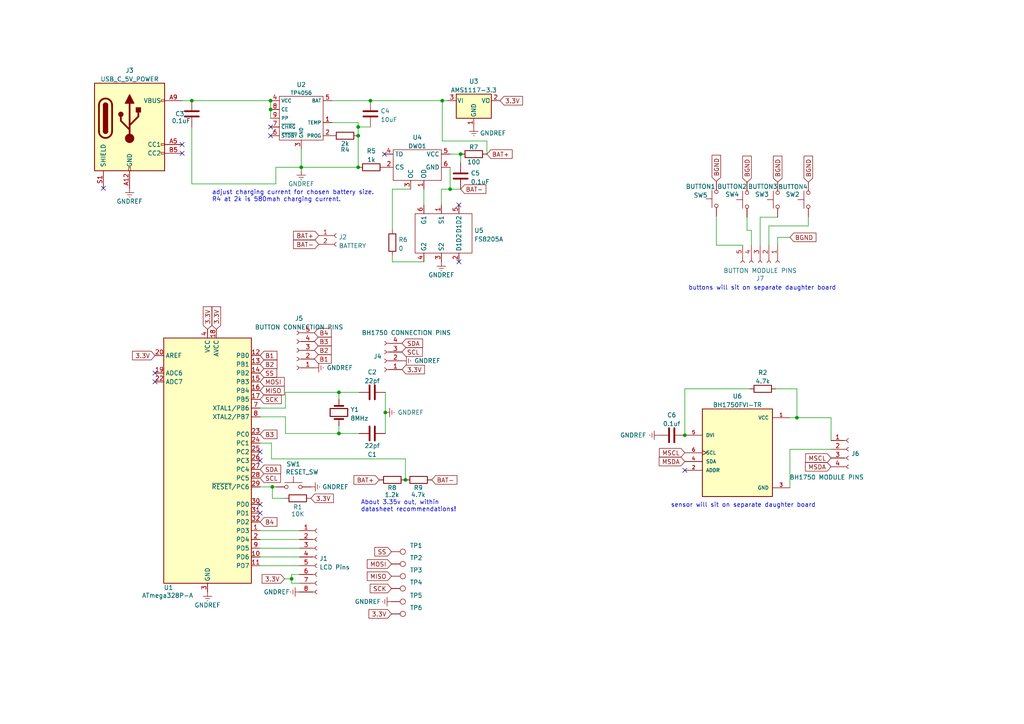
<source format=kicad_sch>
(kicad_sch (version 20211123) (generator eeschema)
  (paper "A4")
  (title_block (title "lightmeter") (date "2023-01-20") (rev "1.2") (comment 1 "by github.com/viniciusbrit"))
  (lib_symbols
    (symbol "BH1750FVI-TR:BH1750FVI-TR" (pin_names (offset 1.016))
      (property "Reference" "U" (at -10.1737 13.462 0))
      (property "Value" "BH1750FVI-TR" (at -9.922 -15.24 0))
      (symbol "BH1750FVI-TR_0_0"
        (rectangle (start -10.16 -12.7) (end 10.16 12.7) (stroke (width 0.254)) (fill (type background)))
        (pin power_in line (at 15.24 10.16 180) (length 5.08) (name "VCC") (number "1"))
        (pin input line (at -15.24 -5.08 0) (length 5.08) (name "ADDR") (number "2"))
        (pin power_in line (at 15.24 -10.16 180) (length 5.08) (name "GND") (number "3"))
        (pin bidirectional line (at -15.24 -2.54 0) (length 5.08) (name "SDA") (number "4"))
        (pin input line (at -15.24 5.08 0) (length 5.08) (name "DVI") (number "5"))
        (pin input clock (at -15.24 0 0) (length 5.08) (name "SCL") (number "6"))
      )
    )
    (symbol "Connector:Conn_01x02_Female" (pin_names (offset 1.016) hide)
      (property "Reference" "J" (at 0 2.54 0))
      (property "Value" "Conn_01x02_Female" (at 0 -5.08 0))
      (symbol "Conn_01x02_Female_1_1"
        (arc (start 0 -2.032) (mid -0.508 -2.54) (end 0 -3.048) (stroke (width 0.1524)))
        (polyline (pts (xy -1.27 -2.54) (xy -0.508 -2.54)) (stroke (width 0.1524)))
        (polyline (pts (xy -1.27 0) (xy -0.508 0)) (stroke (width 0.1524)))
        (arc (start 0 0.508) (mid -0.508 0) (end 0 -0.508) (stroke (width 0.1524)))
        (pin passive line (at -5.08 0 0) (length 3.81) (name "Pin_1") (number "1"))
        (pin passive line (at -5.08 -2.54 0) (length 3.81) (name "Pin_2") (number "2"))
      )
    )
    (symbol "Connector:Conn_01x04_Female" (pin_names (offset 1.016) hide)
      (property "Reference" "J" (at 0 5.08 0))
      (property "Value" "Conn_01x04_Female" (at 0 -7.62 0))
      (symbol "Conn_01x04_Female_1_1"
        (arc (start 0 -4.572) (mid -0.508 -5.08) (end 0 -5.588) (stroke (width 0.1524)))
        (arc (start 0 -2.032) (mid -0.508 -2.54) (end 0 -3.048) (stroke (width 0.1524)))
        (polyline (pts (xy -1.27 -5.08) (xy -0.508 -5.08)) (stroke (width 0.1524)))
        (polyline (pts (xy -1.27 -2.54) (xy -0.508 -2.54)) (stroke (width 0.1524)))
        (polyline (pts (xy -1.27 0) (xy -0.508 0)) (stroke (width 0.1524)))
        (polyline (pts (xy -1.27 2.54) (xy -0.508 2.54)) (stroke (width 0.1524)))
        (arc (start 0 0.508) (mid -0.508 0) (end 0 -0.508) (stroke (width 0.1524)))
        (arc (start 0 3.048) (mid -0.508 2.54) (end 0 2.032) (stroke (width 0.1524)))
        (pin passive line (at -5.08 2.54 0) (length 3.81) (name "Pin_1") (number "1"))
        (pin passive line (at -5.08 0 0) (length 3.81) (name "Pin_2") (number "2"))
        (pin passive line (at -5.08 -2.54 0) (length 3.81) (name "Pin_3") (number "3"))
        (pin passive line (at -5.08 -5.08 0) (length 3.81) (name "Pin_4") (number "4"))
      )
    )
    (symbol "Connector:Conn_01x05_Female" (pin_names (offset 1.016) hide)
      (property "Reference" "J" (at 0 7.62 0))
      (property "Value" "Conn_01x05_Female" (at 0 -7.62 0))
      (symbol "Conn_01x05_Female_1_1"
        (arc (start 0 -4.572) (mid -0.508 -5.08) (end 0 -5.588) (stroke (width 0.1524)))
        (arc (start 0 -2.032) (mid -0.508 -2.54) (end 0 -3.048) (stroke (width 0.1524)))
        (polyline (pts (xy -1.27 -5.08) (xy -0.508 -5.08)) (stroke (width 0.1524)))
        (polyline (pts (xy -1.27 -2.54) (xy -0.508 -2.54)) (stroke (width 0.1524)))
        (polyline (pts (xy -1.27 0) (xy -0.508 0)) (stroke (width 0.1524)))
        (polyline (pts (xy -1.27 2.54) (xy -0.508 2.54)) (stroke (width 0.1524)))
        (polyline (pts (xy -1.27 5.08) (xy -0.508 5.08)) (stroke (width 0.1524)))
        (arc (start 0 0.508) (mid -0.508 0) (end 0 -0.508) (stroke (width 0.1524)))
        (arc (start 0 3.048) (mid -0.508 2.54) (end 0 2.032) (stroke (width 0.1524)))
        (arc (start 0 5.588) (mid -0.508 5.08) (end 0 4.572) (stroke (width 0.1524)))
        (pin passive line (at -5.08 5.08 0) (length 3.81) (name "Pin_1") (number "1"))
        (pin passive line (at -5.08 2.54 0) (length 3.81) (name "Pin_2") (number "2"))
        (pin passive line (at -5.08 0 0) (length 3.81) (name "Pin_3") (number "3"))
        (pin passive line (at -5.08 -2.54 0) (length 3.81) (name "Pin_4") (number "4"))
        (pin passive line (at -5.08 -5.08 0) (length 3.81) (name "Pin_5") (number "5"))
      )
    )
    (symbol "Connector:Conn_01x08_Female" (pin_names (offset 1.016) hide)
      (property "Reference" "J" (at 0 10.16 0))
      (property "Value" "Conn_01x08_Female" (at 0 -12.7 0))
      (symbol "Conn_01x08_Female_1_1"
        (arc (start 0 -9.652) (mid -0.508 -10.16) (end 0 -10.668) (stroke (width 0.1524)))
        (arc (start 0 -7.112) (mid -0.508 -7.62) (end 0 -8.128) (stroke (width 0.1524)))
        (arc (start 0 -4.572) (mid -0.508 -5.08) (end 0 -5.588) (stroke (width 0.1524)))
        (arc (start 0 -2.032) (mid -0.508 -2.54) (end 0 -3.048) (stroke (width 0.1524)))
        (polyline (pts (xy -1.27 -10.16) (xy -0.508 -10.16)) (stroke (width 0.1524)))
        (polyline (pts (xy -1.27 -7.62) (xy -0.508 -7.62)) (stroke (width 0.1524)))
        (polyline (pts (xy -1.27 -5.08) (xy -0.508 -5.08)) (stroke (width 0.1524)))
        (polyline (pts (xy -1.27 -2.54) (xy -0.508 -2.54)) (stroke (width 0.1524)))
        (polyline (pts (xy -1.27 0) (xy -0.508 0)) (stroke (width 0.1524)))
        (polyline (pts (xy -1.27 2.54) (xy -0.508 2.54)) (stroke (width 0.1524)))
        (polyline (pts (xy -1.27 5.08) (xy -0.508 5.08)) (stroke (width 0.1524)))
        (polyline (pts (xy -1.27 7.62) (xy -0.508 7.62)) (stroke (width 0.1524)))
        (arc (start 0 0.508) (mid -0.508 0) (end 0 -0.508) (stroke (width 0.1524)))
        (arc (start 0 3.048) (mid -0.508 2.54) (end 0 2.032) (stroke (width 0.1524)))
        (arc (start 0 5.588) (mid -0.508 5.08) (end 0 4.572) (stroke (width 0.1524)))
        (arc (start 0 8.128) (mid -0.508 7.62) (end 0 7.112) (stroke (width 0.1524)))
        (pin passive line (at -5.08 7.62 0) (length 3.81) (name "Pin_1") (number "1"))
        (pin passive line (at -5.08 5.08 0) (length 3.81) (name "Pin_2") (number "2"))
        (pin passive line (at -5.08 2.54 0) (length 3.81) (name "Pin_3") (number "3"))
        (pin passive line (at -5.08 0 0) (length 3.81) (name "Pin_4") (number "4"))
        (pin passive line (at -5.08 -2.54 0) (length 3.81) (name "Pin_5") (number "5"))
        (pin passive line (at -5.08 -5.08 0) (length 3.81) (name "Pin_6") (number "6"))
        (pin passive line (at -5.08 -7.62 0) (length 3.81) (name "Pin_7") (number "7"))
        (pin passive line (at -5.08 -10.16 0) (length 3.81) (name "Pin_8") (number "8"))
      )
    )
    (symbol "Connector:TestPoint" (pin_numbers hide) (pin_names (offset 0.762) hide)
      (property "Reference" "TP" (at 0 6.858 0))
      (property "Value" "TestPoint" (at 0 5.08 0))
      (symbol "TestPoint_0_1"
        (circle (center 0 3.302) (radius 0.762))
      )
      (symbol "TestPoint_1_1"
        (pin passive line (at 0 0 90) (length 2.54) (name "1") (number "1"))
      )
    )
    (symbol "Connector:USB_C_Receptacle_PowerOnly_6P" (pin_names (offset 1.016))
      (property "Reference" "J" (at 0 16.51 0))
      (property "Value" "USB_C_Receptacle_PowerOnly_6P" (at 0 13.97 0))
      (symbol "USB_C_Receptacle_PowerOnly_6P_0_0"
        (rectangle (start -0.254 -12.7) (end 0.254 -11.684))
        (rectangle (start 10.16 -7.366) (end 9.144 -7.874))
        (rectangle (start 10.16 -4.826) (end 9.144 -5.334))
        (rectangle (start 10.16 7.874) (end 9.144 7.366))
      )
      (symbol "USB_C_Receptacle_PowerOnly_6P_0_1"
        (rectangle (start -10.16 12.7) (end 10.16 -12.7) (stroke (width 0.254)) (fill (type background)))
        (arc (start -8.89 -1.27) (mid -6.985 -3.175) (end -5.08 -1.27) (stroke (width 0.508)))
        (arc (start -7.62 -1.27) (mid -6.985 -1.905) (end -6.35 -1.27) (stroke (width 0.254)))
        (arc (start -7.62 -1.27) (mid -6.985 -1.905) (end -6.35 -1.27) (stroke (width 0.254)) (fill (type outline)))
        (rectangle (start -7.62 -1.27) (end -6.35 6.35) (stroke (width 0.254)) (fill (type outline)))
        (arc (start -6.35 6.35) (mid -6.985 6.985) (end -7.62 6.35) (stroke (width 0.254)))
        (arc (start -6.35 6.35) (mid -6.985 6.985) (end -7.62 6.35) (stroke (width 0.254)) (fill (type outline)))
        (arc (start -5.08 6.35) (mid -6.985 8.255) (end -8.89 6.35) (stroke (width 0.508)))
        (circle (center -2.54 3.683) (radius 0.635) (stroke (width 0.254)) (fill (type outline)))
        (circle (center 0 -3.302) (radius 1.27) (fill (type outline)))
        (polyline (pts (xy -8.89 -1.27) (xy -8.89 6.35)) (stroke (width 0.508)))
        (polyline (pts (xy -5.08 6.35) (xy -5.08 -1.27)) (stroke (width 0.508)))
        (polyline (pts (xy 0 -3.302) (xy 0 6.858)) (stroke (width 0.508)))
        (polyline (pts (xy 0 -0.762) (xy -2.54 1.778) (xy -2.54 3.048)) (stroke (width 0.508)))
        (polyline (pts (xy 0 0.508) (xy 2.54 3.048) (xy 2.54 4.318)) (stroke (width 0.508)))
        (polyline (pts (xy -1.27 6.858) (xy 0 9.398) (xy 1.27 6.858) (xy -1.27 6.858)) (stroke (width 0.254)) (fill (type outline)))
        (rectangle (start 1.905 4.318) (end 3.175 5.588) (stroke (width 0.254)) (fill (type outline)))
      )
      (symbol "USB_C_Receptacle_PowerOnly_6P_1_1"
        (pin passive line (at 0 -17.78 90) (length 5.08) (name "GND") (number "A12"))
        (pin bidirectional line (at 15.24 -5.08 180) (length 5.08) (name "CC1") (number "A5"))
        (pin passive line (at 15.24 7.62 180) (length 5.08) (name "VBUS") (number "A9"))
        (pin passive line (at 0 -17.78 90) (length 5.08) hide (name "GND") (number "B12"))
        (pin bidirectional line (at 15.24 -7.62 180) (length 5.08) (name "CC2") (number "B5"))
        (pin passive line (at 15.24 7.62 180) (length 5.08) hide (name "VBUS") (number "B9"))
        (pin passive line (at -7.62 -17.78 90) (length 5.08) (name "SHIELD") (number "S1"))
      )
    )
    (symbol "Device:C" (pin_numbers hide) (pin_names (offset 0.254))
      (property "Reference" "C" (at 0.635 2.54 0))
      (property "Value" "C" (at 0.635 -2.54 0))
      (symbol "C_0_1"
        (polyline (pts (xy -2.032 -0.762) (xy 2.032 -0.762)) (stroke (width 0.508)))
        (polyline (pts (xy -2.032 0.762) (xy 2.032 0.762)) (stroke (width 0.508)))
      )
      (symbol "C_1_1"
        (pin passive line (at 0 3.81 270) (length 2.794) (name "~") (number "1"))
        (pin passive line (at 0 -3.81 90) (length 2.794) (name "~") (number "2"))
      )
    )
    (symbol "Device:Crystal" (pin_numbers hide) (pin_names (offset 1.016) hide)
      (property "Reference" "Y" (at 0 3.81 0))
      (property "Value" "Crystal" (at 0 -3.81 0))
      (symbol "Crystal_0_1"
        (rectangle (start -1.143 2.54) (end 1.143 -2.54) (stroke (width 0.3048)))
        (polyline (pts (xy -2.54 0) (xy -1.905 0)))
        (polyline (pts (xy -1.905 -1.27) (xy -1.905 1.27)) (stroke (width 0.508)))
        (polyline (pts (xy 1.905 -1.27) (xy 1.905 1.27)) (stroke (width 0.508)))
        (polyline (pts (xy 2.54 0) (xy 1.905 0)))
      )
      (symbol "Crystal_1_1"
        (pin passive line (at -3.81 0 0) (length 1.27) (name "1") (number "1"))
        (pin passive line (at 3.81 0 180) (length 1.27) (name "2") (number "2"))
      )
    )
    (symbol "Device:R" (pin_numbers hide) (pin_names (offset 0))
      (property "Reference" "R" (at 2.032 0 90))
      (property "Value" "R" (at 0 0 90))
      (symbol "R_0_1"
        (rectangle (start -1.016 -2.54) (end 1.016 2.54) (stroke (width 0.254)))
      )
      (symbol "R_1_1"
        (pin passive line (at 0 3.81 270) (length 1.27) (name "~") (number "1"))
        (pin passive line (at 0 -3.81 90) (length 1.27) (name "~") (number "2"))
      )
    )
    (symbol "MCU_Microchip_ATmega:ATmega328P-A"
      (property "Reference" "U" (at -12.7 36.83 0))
      (property "Value" "ATmega328P-A" (at 2.54 -36.83 0))
      (symbol "ATmega328P-A_0_1"
        (rectangle (start -12.7 -35.56) (end 12.7 35.56) (stroke (width 0.254)) (fill (type background)))
      )
      (symbol "ATmega328P-A_1_1"
        (pin bidirectional line (at 15.24 -20.32 180) (length 2.54) (name "PD3") (number "1"))
        (pin bidirectional line (at 15.24 -27.94 180) (length 2.54) (name "PD6") (number "10"))
        (pin bidirectional line (at 15.24 -30.48 180) (length 2.54) (name "PD7") (number "11"))
        (pin bidirectional line (at 15.24 30.48 180) (length 2.54) (name "PB0") (number "12"))
        (pin bidirectional line (at 15.24 27.94 180) (length 2.54) (name "PB1") (number "13"))
        (pin bidirectional line (at 15.24 25.4 180) (length 2.54) (name "PB2") (number "14"))
        (pin bidirectional line (at 15.24 22.86 180) (length 2.54) (name "PB3") (number "15"))
        (pin bidirectional line (at 15.24 20.32 180) (length 2.54) (name "PB4") (number "16"))
        (pin bidirectional line (at 15.24 17.78 180) (length 2.54) (name "PB5") (number "17"))
        (pin power_in line (at 2.54 38.1 270) (length 2.54) (name "AVCC") (number "18"))
        (pin input line (at -15.24 25.4 0) (length 2.54) (name "ADC6") (number "19"))
        (pin bidirectional line (at 15.24 -22.86 180) (length 2.54) (name "PD4") (number "2"))
        (pin passive line (at -15.24 30.48 0) (length 2.54) (name "AREF") (number "20"))
        (pin passive line (at 0 -38.1 90) (length 2.54) hide (name "GND") (number "21"))
        (pin input line (at -15.24 22.86 0) (length 2.54) (name "ADC7") (number "22"))
        (pin bidirectional line (at 15.24 7.62 180) (length 2.54) (name "PC0") (number "23"))
        (pin bidirectional line (at 15.24 5.08 180) (length 2.54) (name "PC1") (number "24"))
        (pin bidirectional line (at 15.24 2.54 180) (length 2.54) (name "PC2") (number "25"))
        (pin bidirectional line (at 15.24 0 180) (length 2.54) (name "PC3") (number "26"))
        (pin bidirectional line (at 15.24 -2.54 180) (length 2.54) (name "PC4") (number "27"))
        (pin bidirectional line (at 15.24 -5.08 180) (length 2.54) (name "PC5") (number "28"))
        (pin bidirectional line (at 15.24 -7.62 180) (length 2.54) (name "~{RESET}/PC6") (number "29"))
        (pin power_in line (at 0 -38.1 90) (length 2.54) (name "GND") (number "3"))
        (pin bidirectional line (at 15.24 -12.7 180) (length 2.54) (name "PD0") (number "30"))
        (pin bidirectional line (at 15.24 -15.24 180) (length 2.54) (name "PD1") (number "31"))
        (pin bidirectional line (at 15.24 -17.78 180) (length 2.54) (name "PD2") (number "32"))
        (pin power_in line (at 0 38.1 270) (length 2.54) (name "VCC") (number "4"))
        (pin passive line (at 0 -38.1 90) (length 2.54) hide (name "GND") (number "5"))
        (pin passive line (at 0 38.1 270) (length 2.54) hide (name "VCC") (number "6"))
        (pin bidirectional line (at 15.24 15.24 180) (length 2.54) (name "XTAL1/PB6") (number "7"))
        (pin bidirectional line (at 15.24 12.7 180) (length 2.54) (name "XTAL2/PB7") (number "8"))
        (pin bidirectional line (at 15.24 -25.4 180) (length 2.54) (name "PD5") (number "9"))
      )
    )
    (symbol "Regulator_Linear:AMS1117-3.3" (pin_names (offset 0.254))
      (property "Reference" "U" (at -3.81 3.175 0))
      (property "Value" "AMS1117-3.3" (at 0 3.175 0))
      (symbol "AMS1117-3.3_0_1"
        (rectangle (start -5.08 -5.08) (end 5.08 1.905) (stroke (width 0.254)) (fill (type background)))
      )
      (symbol "AMS1117-3.3_1_1"
        (pin power_in line (at 0 -7.62 90) (length 2.54) (name "GND") (number "1"))
        (pin power_out line (at 7.62 0 180) (length 2.54) (name "VO") (number "2"))
        (pin power_in line (at -7.62 0 0) (length 2.54) (name "VI") (number "3"))
      )
    )
    (symbol "Switch:SW_Push" (pin_numbers hide) (pin_names (offset 1.016) hide)
      (property "Reference" "SW" (at 1.27 2.54 0))
      (property "Value" "SW_Push" (at 0 -1.524 0))
      (symbol "SW_Push_0_1"
        (circle (center -2.032 0) (radius 0.508))
        (polyline (pts (xy 0 1.27) (xy 0 3.048)))
        (polyline (pts (xy 2.54 1.27) (xy -2.54 1.27)))
        (circle (center 2.032 0) (radius 0.508))
        (pin passive line (at -5.08 0 0) (length 2.54) (name "1") (number "1"))
        (pin passive line (at 5.08 0 180) (length 2.54) (name "2") (number "2"))
      )
    )
    (symbol "dw01:DW01"
      (property "Reference" "U" (at 1.27 10.16 0))
      (property "Value" "DW01" (at 11.43 10.16 0))
      (symbol "DW01_0_1"
        (rectangle (start 0 8.89) (end 13.97 0))
      )
      (symbol "DW01_1_1"
        (pin input line (at 8.89 -2.54 90) (length 2.54) (name "OD") (number "1"))
        (pin input line (at -2.54 3.81 0) (length 2.54) (name "CS") (number "2"))
        (pin input line (at 5.08 -2.54 90) (length 2.54) (name "OC") (number "3"))
        (pin input line (at -2.54 7.62 0) (length 2.54) (name "TD") (number "4"))
        (pin input line (at 16.51 7.62 180) (length 2.54) (name "VCC") (number "5"))
        (pin input line (at 16.51 3.81 180) (length 2.54) (name "GND") (number "6"))
      )
    )
    (symbol "fs8205:FS8205A"
      (property "Reference" "U" (at 1.27 5.08 0))
      (property "Value" "FS8205A" (at -1.27 8.89 90))
      (symbol "FS8205A_0_1"
        (rectangle (start 0 11.43) (end 16.51 0))
      )
      (symbol "FS8205A_1_1"
        (pin input line (at 7.62 13.97 270) (length 2.54) (name "S1") (number "1"))
        (pin input line (at 12.7 -2.54 90) (length 2.54) (name "D1D2") (number "2"))
        (pin input line (at 7.62 -2.54 90) (length 2.54) (name "S2") (number "3"))
        (pin input line (at 2.54 -2.54 90) (length 2.54) (name "G2") (number "4"))
        (pin input line (at 12.7 13.97 270) (length 2.54) (name "D1D2") (number "5"))
        (pin input line (at 2.54 13.97 270) (length 2.54) (name "G1") (number "6"))
      )
    )
    (symbol "power:GNDREF" (power) (pin_names (offset 0))
      (property "Value" "GNDREF" (at 0 -3.81 0))
      (symbol "GNDREF_0_1"
        (polyline (pts (xy -0.635 -1.905) (xy 0.635 -1.905)))
        (polyline (pts (xy -0.127 -2.54) (xy 0.127 -2.54)))
        (polyline (pts (xy 0 -1.27) (xy 0 0)))
        (polyline (pts (xy 1.27 -1.27) (xy -1.27 -1.27)))
      )
      (symbol "GNDREF_1_1"
        (pin power_in line (at 0 0 270) (length 0) hide (name "GNDREF") (number "1"))
      )
    )
    (symbol "tp4056:TP4056"
      (property "Reference" "U" (at 1.27 13.97 0))
      (property "Value" "TP4056" (at 8.89 13.97 0))
      (symbol "TP4056_0_1"
        (rectangle (start 0 12.7) (end 12.7 0))
      )
      (symbol "TP4056_1_1"
        (pin input line (at 15.24 5.08 180) (length 2.54) (name "TEMP") (number "1"))
        (pin input line (at 15.24 1.27 180) (length 2.54) (name "PROG") (number "2"))
        (pin input line (at 6.35 -2.54 90) (length 2.54) (name "GND") (number "3"))
        (pin input line (at -2.54 11.43 0) (length 2.54) (name "VCC") (number "4"))
        (pin input line (at 15.24 11.43 180) (length 2.54) (name "BAT") (number "5"))
        (pin input line (at -2.54 1.27 0) (length 2.54) (name "~{STDBY}") (number "6"))
        (pin input line (at -2.54 3.81 0) (length 2.54) (name "~{CHRG}") (number "7"))
        (pin input line (at -2.54 8.89 0) (length 2.54) (name "CE") (number "8"))
        (pin input line (at -2.54 6.35 0) (length 2.54) (name "PP") (number "9"))
      )
    )
  )
  (junction (at 84.582 167.894))
  (junction (at 103.886 39.37))
  (junction (at 78.994 141.224))
  (junction (at 128.27 29.21))
  (junction (at 133.604 44.704))
  (junction (at 231.14 121.158))
  (junction (at 103.886 36.83))
  (junction (at 103.886 48.514))
  (junction (at 98.298 113.792))
  (junction (at 78.486 31.75))
  (junction (at 107.442 29.21))
  (junction (at 55.626 29.21))
  (junction (at 78.486 29.21))
  (junction (at 87.376 48.514))
  (junction (at 198.628 126.238))
  (junction (at 98.298 125.73))
  (junction (at 111.76 119.634))
  (junction (at 130.556 54.864))
  (junction (at 117.602 139.192))
  (no_connect (at 198.628 136.398))
  (no_connect (at 78.486 36.83))
  (no_connect (at 133.096 59.436))
  (no_connect (at 75.438 146.304))
  (no_connect (at 75.438 133.604))
  (no_connect (at 75.438 131.064))
  (no_connect (at 78.486 39.37))
  (no_connect (at 44.958 108.204))
  (no_connect (at 75.438 148.844))
  (no_connect (at 111.506 44.704))
  (no_connect (at 44.958 110.744))
  (no_connect (at 133.096 75.946))
  (no_connect (at 29.972 54.61))
  (no_connect (at 52.832 44.45))
  (no_connect (at 52.832 41.91))
  (wire (pts (xy 241.046 121.158) (xy 241.046 127.762)))
  (wire (pts (xy 225.552 62.992) (xy 220.472 62.992)))
  (wire (pts (xy 130.556 54.864) (xy 133.604 54.864)))
  (wire (pts (xy 113.792 75.946) (xy 122.936 75.946)))
  (wire (pts (xy 111.76 113.792) (xy 111.76 119.634)))
  (wire (pts (xy 103.886 35.56) (xy 96.266 35.56)))
  (wire (pts (xy 113.792 54.864) (xy 119.126 54.864)))
  (wire (pts (xy 103.886 36.83) (xy 103.886 35.56)))
  (wire (pts (xy 84.582 167.894) (xy 84.582 169.164)))
  (wire (pts (xy 75.438 156.464) (xy 86.868 156.464)))
  (wire (pts (xy 216.662 62.992) (xy 216.662 66.802)))
  (wire (pts (xy 87.376 48.514) (xy 87.376 49.53)))
  (wire (pts (xy 82.55 167.894) (xy 84.582 167.894)))
  (wire (pts (xy 80.01 53.34) (xy 80.01 48.514)))
  (wire (pts (xy 122.936 54.864) (xy 122.936 59.436)))
  (wire (pts (xy 82.804 125.73) (xy 82.804 120.904)))
  (wire (pts (xy 104.14 113.792) (xy 98.298 113.792)))
  (wire (pts (xy 82.804 120.904) (xy 75.438 120.904)))
  (wire (pts (xy 98.298 125.73) (xy 82.804 125.73)))
  (wire (pts (xy 128.27 29.21) (xy 129.794 29.21)))
  (wire (pts (xy 207.772 71.12) (xy 215.392 71.12)))
  (wire (pts (xy 229.108 141.478) (xy 229.108 130.302)))
  (wire (pts (xy 231.14 112.776) (xy 225.044 112.776)))
  (wire (pts (xy 103.886 36.83) (xy 107.442 36.83)))
  (wire (pts (xy 84.582 169.164) (xy 86.868 169.164)))
  (wire (pts (xy 75.438 128.524) (xy 78.74 128.524)))
  (wire (pts (xy 55.626 29.21) (xy 78.486 29.21)))
  (wire (pts (xy 198.628 112.776) (xy 217.424 112.776)))
  (wire (pts (xy 113.792 74.168) (xy 113.792 75.946)))
  (wire (pts (xy 78.994 141.224) (xy 80.01 141.224)))
  (wire (pts (xy 229.108 130.302) (xy 241.046 130.302)))
  (wire (pts (xy 128.016 59.436) (xy 128.016 54.864)))
  (wire (pts (xy 117.602 133.096) (xy 117.602 139.192)))
  (wire (pts (xy 104.14 125.73) (xy 98.298 125.73)))
  (wire (pts (xy 103.886 39.37) (xy 103.886 36.83)))
  (wire (pts (xy 207.772 62.738) (xy 207.772 71.12)))
  (wire (pts (xy 234.442 65.532) (xy 223.012 65.532)))
  (wire (pts (xy 234.442 62.992) (xy 234.442 65.532)))
  (wire (pts (xy 75.438 161.544) (xy 86.868 161.544)))
  (wire (pts (xy 217.932 66.802) (xy 217.932 71.12)))
  (wire (pts (xy 103.886 48.514) (xy 103.886 39.37)))
  (wire (pts (xy 87.376 48.514) (xy 103.886 48.514)))
  (wire (pts (xy 82.804 113.792) (xy 82.804 118.364)))
  (wire (pts (xy 130.556 54.864) (xy 130.556 48.514)))
  (wire (pts (xy 78.486 29.21) (xy 78.486 31.75)))
  (wire (pts (xy 128.27 29.21) (xy 128.27 40.894)))
  (wire (pts (xy 141.224 40.894) (xy 141.224 44.704)))
  (wire (pts (xy 82.804 118.364) (xy 75.438 118.364)))
  (wire (pts (xy 75.438 153.924) (xy 86.868 153.924)))
  (wire (pts (xy 229.108 121.158) (xy 231.14 121.158)))
  (wire (pts (xy 82.55 144.526) (xy 78.994 144.526)))
  (wire (pts (xy 107.442 29.21) (xy 128.27 29.21)))
  (wire (pts (xy 78.74 128.524) (xy 78.74 133.096)))
  (wire (pts (xy 133.604 44.704) (xy 133.604 47.244)))
  (wire (pts (xy 84.582 166.624) (xy 84.582 167.894)))
  (wire (pts (xy 225.552 71.12) (xy 225.552 68.834)))
  (wire (pts (xy 78.74 133.096) (xy 117.602 133.096)))
  (wire (pts (xy 75.438 164.084) (xy 86.868 164.084)))
  (wire (pts (xy 231.14 121.158) (xy 241.046 121.158)))
  (wire (pts (xy 55.626 36.83) (xy 55.626 53.34)))
  (wire (pts (xy 87.376 43.18) (xy 87.376 48.514)))
  (wire (pts (xy 111.76 119.634) (xy 111.76 125.73)))
  (wire (pts (xy 128.016 54.864) (xy 130.556 54.864)))
  (wire (pts (xy 198.628 126.238) (xy 198.628 112.776)))
  (wire (pts (xy 86.868 166.624) (xy 84.582 166.624)))
  (wire (pts (xy 223.012 65.532) (xy 223.012 71.12)))
  (wire (pts (xy 75.438 159.004) (xy 86.868 159.004)))
  (wire (pts (xy 98.298 113.792) (xy 82.804 113.792)))
  (wire (pts (xy 78.994 144.526) (xy 78.994 141.224)))
  (wire (pts (xy 96.266 29.21) (xy 107.442 29.21)))
  (wire (pts (xy 55.626 53.34) (xy 80.01 53.34)))
  (wire (pts (xy 52.832 29.21) (xy 55.626 29.21)))
  (wire (pts (xy 128.27 40.894) (xy 141.224 40.894)))
  (wire (pts (xy 225.552 68.834) (xy 229.108 68.834)))
  (wire (pts (xy 78.486 31.75) (xy 78.486 34.29)))
  (wire (pts (xy 98.298 113.792) (xy 98.298 115.824)))
  (wire (pts (xy 113.792 66.548) (xy 113.792 54.864)))
  (wire (pts (xy 75.438 141.224) (xy 78.994 141.224)))
  (wire (pts (xy 130.556 44.704) (xy 133.604 44.704)))
  (wire (pts (xy 80.01 48.514) (xy 87.376 48.514)))
  (wire (pts (xy 98.298 123.444) (xy 98.298 125.73)))
  (wire (pts (xy 231.14 121.158) (xy 231.14 112.776)))
  (wire (pts (xy 216.662 66.802) (xy 217.932 66.802)))
  (wire (pts (xy 220.472 62.992) (xy 220.472 71.12)))
  (text "sensor will sit on separate daughter board" (at 194.564 147.32 0) (effects (font (size 1.27 1.27)) (justify left bottom)))
  (text "About 3.35v out, within \ndatasheet recommendations!" (at 104.648 148.59 0) (effects (font (size 1.27 1.27)) (justify left bottom)))
  (text "buttons will sit on separate daughter board" (at 199.644 84.328 0) (effects (font (size 1.27 1.27)) (justify left bottom)))
  (text "adjust charging current for chosen battery size.\nR4 at 2k is 580mah charging current." (at 61.468 58.674 0) (effects (font (size 1.27 1.27)) (justify left bottom)))
  (global_label "SDA" (shape input) (at 116.586 99.568 0) (property "Intersheet References" "${INTERSHEET_REFS}" (effects hide)))
  (global_label "SDA" (shape input) (at 75.438 136.144 0) (property "Intersheet References" "${INTERSHEET_REFS}" (effects hide)))
  (global_label "MSDA" (shape input) (at 198.628 133.858 180) (property "Intersheet References" "${INTERSHEET_REFS}" (effects hide)))
  (global_label "3.3V" (shape input) (at 44.958 103.124 180) (property "Intersheet References" "${INTERSHEET_REFS}" (effects hide)))
  (global_label "B4" (shape input) (at 91.186 96.52 0) (property "Intersheet References" "${INTERSHEET_REFS}" (effects hide)))
  (global_label "SS" (shape input) (at 113.538 160.02 180) (property "Intersheet References" "${INTERSHEET_REFS}" (effects hide)))
  (global_label "B1" (shape input) (at 75.438 103.124 0) (property "Intersheet References" "${INTERSHEET_REFS}" (effects hide)))
  (global_label "MISO" (shape input) (at 75.438 113.284 0) (property "Intersheet References" "${INTERSHEET_REFS}" (effects hide)))
  (global_label "BAT+" (shape input) (at 92.456 68.326 180) (property "Intersheet References" "${INTERSHEET_REFS}" (effects hide)))
  (global_label "SCL" (shape input) (at 116.586 102.108 0) (property "Intersheet References" "${INTERSHEET_REFS}" (effects hide)))
  (global_label "BGND" (shape input) (at 229.108 68.834 0) (property "Intersheet References" "${INTERSHEET_REFS}" (effects hide)))
  (global_label "MSCL" (shape input) (at 241.046 132.842 180) (property "Intersheet References" "${INTERSHEET_REFS}" (effects hide)))
  (global_label "BAT+" (shape input) (at 109.982 139.192 180) (property "Intersheet References" "${INTERSHEET_REFS}" (effects hide)))
  (global_label "BAT+" (shape input) (at 141.224 44.704 0) (property "Intersheet References" "${INTERSHEET_REFS}" (effects hide)))
  (global_label "3.3V" (shape input) (at 90.17 144.526 0) (property "Intersheet References" "${INTERSHEET_REFS}" (effects hide)))
  (global_label "B2" (shape input) (at 75.438 105.664 0) (property "Intersheet References" "${INTERSHEET_REFS}" (effects hide)))
  (global_label "B4" (shape input) (at 75.438 151.384 0) (property "Intersheet References" "${INTERSHEET_REFS}" (effects hide)))
  (global_label "SCK" (shape input) (at 75.438 115.824 0) (property "Intersheet References" "${INTERSHEET_REFS}" (effects hide)))
  (global_label "BAT-" (shape input) (at 92.456 70.866 180) (property "Intersheet References" "${INTERSHEET_REFS}" (effects hide)))
  (global_label "BAT-" (shape input) (at 133.604 54.864 0) (property "Intersheet References" "${INTERSHEET_REFS}" (effects hide)))
  (global_label "SS" (shape input) (at 75.438 108.204 0) (property "Intersheet References" "${INTERSHEET_REFS}" (effects hide)))
  (global_label "MSDA" (shape input) (at 241.046 135.382 180) (property "Intersheet References" "${INTERSHEET_REFS}" (effects hide)))
  (global_label "BAT-" (shape input) (at 125.222 139.192 0) (property "Intersheet References" "${INTERSHEET_REFS}" (effects hide)))
  (global_label "MISO" (shape input) (at 113.538 167.132 180) (property "Intersheet References" "${INTERSHEET_REFS}" (effects hide)))
  (global_label "B1" (shape input) (at 91.186 104.14 0) (property "Intersheet References" "${INTERSHEET_REFS}" (effects hide)))
  (global_label "B3" (shape input) (at 75.438 125.984 0) (property "Intersheet References" "${INTERSHEET_REFS}" (effects hide)))
  (global_label "SCL" (shape input) (at 75.438 138.684 0) (property "Intersheet References" "${INTERSHEET_REFS}" (effects hide)))
  (global_label "MOSI" (shape input) (at 113.538 163.576 180) (property "Intersheet References" "${INTERSHEET_REFS}" (effects hide)))
  (global_label "BGND" (shape input) (at 207.772 52.578 90) (property "Intersheet References" "${INTERSHEET_REFS}" (effects hide)))
  (global_label "3.3V" (shape input) (at 60.198 95.504 90) (property "Intersheet References" "${INTERSHEET_REFS}" (effects hide)))
  (global_label "MSCL" (shape input) (at 198.628 131.318 180) (property "Intersheet References" "${INTERSHEET_REFS}" (effects hide)))
  (global_label "3.3V" (shape input) (at 113.538 178.054 180) (property "Intersheet References" "${INTERSHEET_REFS}" (effects hide)))
  (global_label "SCK" (shape input) (at 113.538 170.688 180) (property "Intersheet References" "${INTERSHEET_REFS}" (effects hide)))
  (global_label "B2" (shape input) (at 91.186 101.6 0) (property "Intersheet References" "${INTERSHEET_REFS}" (effects hide)))
  (global_label "BGND" (shape input) (at 225.552 52.832 90) (property "Intersheet References" "${INTERSHEET_REFS}" (effects hide)))
  (global_label "3.3V" (shape input) (at 62.738 95.504 90) (property "Intersheet References" "${INTERSHEET_REFS}" (effects hide)))
  (global_label "BGND" (shape input) (at 216.662 52.832 90) (property "Intersheet References" "${INTERSHEET_REFS}" (effects hide)))
  (global_label "3.3V" (shape input) (at 82.55 167.894 180) (property "Intersheet References" "${INTERSHEET_REFS}" (effects hide)))
  (global_label "B3" (shape input) (at 91.186 99.06 0) (property "Intersheet References" "${INTERSHEET_REFS}" (effects hide)))
  (global_label "3.3V" (shape input) (at 116.586 107.188 0) (property "Intersheet References" "${INTERSHEET_REFS}" (effects hide)))
  (global_label "MOSI" (shape input) (at 75.438 110.744 0) (property "Intersheet References" "${INTERSHEET_REFS}" (effects hide)))
  (global_label "3.3V" (shape input) (at 145.034 29.21 0) (property "Intersheet References" "${INTERSHEET_REFS}" (effects hide)))
  (global_label "BGND" (shape input) (at 234.442 52.832 90) (property "Intersheet References" "${INTERSHEET_REFS}" (effects hide)))
  (symbol (lib_id "BH1750FVI-TR:BH1750FVI-TR") (at 213.868 131.318 0) (unit 1)
    (property "Reference" "U6" (at 213.868 114.9182 0))
    (property "Value" "BH1750FVI-TR" (at 213.868 117.4551 0))
    (property "Footprint" "BH1750FVI-TR:XDCR_BH1750FVI-TR" (effects hide))
    (property "STANDARD" "Manufacturer recommendations" (effects hide))
    (property "PARTREV" "D" (effects hide))
    (property "MAXIMUM_PACKAGE_HEIGHT" "0.75mm" (effects hide))
    (property "MANUFACTURER" "Rohm" (effects hide))
  )
  (symbol (lib_id "Connector:Conn_01x02_Female") (at 97.536 68.326 0) (unit 1)
    (property "Reference" "J2" (at 98.2472 68.7613 0) (effects (justify left)))
    (property "Value" "BATTERY" (at 98.2472 71.2982 0) (effects (justify left)))
    (property "Footprint" "Connector_PinSocket_2.54mm:PinSocket_1x02_P2.54mm_Vertical" (effects hide))
  )
  (symbol (lib_id "Connector:Conn_01x04_Female") (at 246.126 130.302 0) (unit 1)
    (property "Reference" "J6" (at 248.1056 131.572 0))
    (property "Value" "BH1750 MODULE PINS" (at 239.776 138.43 0))
    (property "Footprint" "Connector_PinSocket_2.54mm:PinSocket_1x04_P2.54mm_Vertical" (effects hide))
  )
  (symbol (lib_id "Device:C") (at 107.95 113.792 90) (unit 1)
    (property "Reference" "C2" (at 107.95 107.9332 90))
    (property "Value" "22pf" (at 107.95 110.4701 90))
    (property "Footprint" "Capacitor_SMD:C_0805_2012Metric_Pad1.18x1.45mm_HandSolder" (effects hide))
  )
  (symbol (lib_id "Switch:SW_Push") (at 216.662 57.912 90) (unit 1)
    (property "Reference" "SW4" (at 210.312 56.388 90) (effects (justify right)))
    (property "Value" "BUTTON2" (at 208.026 54.102 90) (effects (justify right)))
    (property "Footprint" "Button_Switch_THT:SW_PUSH_6mm" (effects hide))
  )
  (symbol (lib_id "Connector:TestPoint") (at 113.538 163.576 270) (unit 1)
    (property "Reference" "TP2" (at 118.872 161.798 90) (effects (justify left)))
    (property "Value" "TestPoint" (effects hide))
    (property "Footprint" "TestPoint:TestPoint_Pad_D2.0mm" (effects hide))
  )
  (symbol (lib_id "fs8205:FS8205A") (at 120.396 73.406 0) (unit 1)
    (property "Reference" "U5" (at 137.541 66.8563 0) (effects (justify left)))
    (property "Value" "FS8205A" (at 137.541 69.3932 0) (effects (justify left)))
    (property "Footprint" "Package_TO_SOT_SMD:SOT-23-6_Handsoldering" (effects hide))
  )
  (symbol (lib_id "Device:R") (at 86.36 144.526 90) (unit 1)
    (property "Reference" "R1" (at 86.36 147.066 90))
    (property "Value" "10K" (at 86.36 149.098 90))
    (property "Footprint" "Resistor_SMD:R_0805_2012Metric_Pad1.20x1.40mm_HandSolder" (effects hide))
  )
  (symbol (lib_id "power:GNDREF") (at 87.376 49.53 0) (unit 1)
    (property "Reference" "#PWR0107" (effects hide))
    (property "Value" "GNDREF" (at 83.566 53.34 0) (effects (justify left)))
  )
  (symbol (lib_id "Device:C") (at 107.95 125.73 90) (unit 1)
    (property "Reference" "C1" (at 107.95 131.826 90))
    (property "Value" "22pf" (at 107.95 129.286 90))
    (property "Footprint" "Capacitor_SMD:C_0805_2012Metric_Pad1.18x1.45mm_HandSolder" (effects hide))
  )
  (symbol (lib_id "Device:C") (at 55.626 33.02 0) (unit 1)
    (property "Reference" "C3" (at 50.8 33.02 0) (effects (justify left)))
    (property "Value" "0.1uF" (at 49.784 35.052 0) (effects (justify left)))
    (property "Footprint" "Capacitor_SMD:C_0805_2012Metric_Pad1.18x1.45mm_HandSolder" (effects hide))
  )
  (symbol (lib_id "Device:R") (at 100.076 39.37 90) (unit 1)
    (property "Reference" "R4" (at 100.076 43.434 90))
    (property "Value" "2k" (at 100.076 41.656 90))
    (property "Footprint" "Resistor_SMD:R_0805_2012Metric_Pad1.20x1.40mm_HandSolder" (effects hide))
  )
  (symbol (lib_id "power:GNDREF") (at 60.198 171.704 0) (unit 1)
    (property "Reference" "#PWR0102" (effects hide))
    (property "Value" "GNDREF" (at 56.388 175.514 0) (effects (justify left)))
  )
  (symbol (lib_id "power:GNDREF") (at 86.868 171.704 270) (unit 1)
    (property "Reference" "#PWR0101" (effects hide))
    (property "Value" "GNDREF" (at 76.454 171.704 90) (effects (justify left)))
  )
  (symbol (lib_id "Connector:TestPoint") (at 113.538 178.054 270) (unit 1)
    (property "Reference" "TP6" (at 118.872 176.276 90) (effects (justify left)))
    (property "Value" "TestPoint" (effects hide))
    (property "Footprint" "TestPoint:TestPoint_Pad_D2.0mm" (effects hide))
  )
  (symbol (lib_id "Connector:USB_C_Receptacle_PowerOnly_6P") (at 37.592 36.83 0) (unit 1)
    (property "Reference" "J3" (at 37.592 20.4302 0))
    (property "Value" "USB_C_5V_POWER" (at 37.592 22.9671 0))
    (property "Footprint" "Connector_USB:USB_C_Receptacle_Palconn_UTC16-G" (effects hide))
    (property "Datasheet" "https://www.usb.org/sites/default/files/documents/usb_type-c.zip" (effects hide))
  )
  (symbol (lib_id "Device:Crystal") (at 98.298 119.634 90) (unit 1)
    (property "Reference" "Y1" (at 101.6254 118.7993 90) (effects (justify right)))
    (property "Value" "8MHz" (at 101.6254 121.3362 90) (effects (justify right)))
    (property "Footprint" "Crystal:Crystal_HC49-U_Vertical" (effects hide))
  )
  (symbol (lib_id "dw01:DW01") (at 114.046 52.324 0) (unit 1)
    (property "Reference" "U4" (at 121.031 39.8612 0))
    (property "Value" "DW01" (at 121.031 42.3981 0))
    (property "Footprint" "Package_TO_SOT_SMD:SOT-23-6_Handsoldering" (effects hide))
  )
  (symbol (lib_id "Device:R") (at 137.414 44.704 90) (unit 1)
    (property "Reference" "R7" (at 137.414 42.672 90))
    (property "Value" "100" (at 137.414 46.99 90))
    (property "Footprint" "Resistor_SMD:R_0805_2012Metric_Pad1.20x1.40mm_HandSolder" (effects hide))
  )
  (symbol (lib_id "Connector:TestPoint") (at 113.538 170.688 270) (unit 1)
    (property "Reference" "TP4" (at 118.872 168.91 90) (effects (justify left)))
    (property "Value" "TestPoint" (effects hide))
    (property "Footprint" "TestPoint:TestPoint_Pad_D2.0mm" (effects hide))
  )
  (symbol (lib_id "Connector:Conn_01x05_Female") (at 220.472 76.2 270) (unit 1)
    (property "Reference" "J7" (at 220.472 80.772 90))
    (property "Value" "BUTTON MODULE PINS" (at 220.472 78.486 90))
    (property "Footprint" "Connector_PinSocket_2.54mm:PinSocket_1x05_P2.54mm_Vertical" (effects hide))
  )
  (symbol (lib_id "power:GNDREF") (at 128.016 75.946 0) (unit 1)
    (property "Reference" "#PWR0105" (effects hide))
    (property "Value" "GNDREF" (at 124.206 79.756 0) (effects (justify left)))
  )
  (symbol (lib_id "Connector:Conn_01x04_Female") (at 111.506 104.648 180) (unit 1)
    (property "Reference" "J4" (at 109.5264 103.378 0))
    (property "Value" "BH1750 CONNECTION PINS" (at 117.856 96.52 0))
    (property "Footprint" "Connector_PinSocket_2.54mm:PinSocket_1x04_P2.54mm_Vertical" (effects hide))
  )
  (symbol (lib_id "Regulator_Linear:AMS1117-3.3") (at 137.414 29.21 0) (unit 1)
    (property "Reference" "U3" (at 137.414 23.6052 0))
    (property "Value" "AMS1117-3.3" (at 137.414 26.1421 0))
    (property "Footprint" "Package_TO_SOT_SMD:SOT-223-3_TabPin2" (effects hide))
    (property "Datasheet" "http://www.advanced-monolithic.com/pdf/ds1117.pdf" (effects hide))
  )
  (symbol (lib_id "power:GNDREF") (at 116.586 104.648 90) (mirror x) (unit 1)
    (property "Reference" "#PWR0115" (effects hide))
    (property "Value" "GNDREF" (at 120.142 104.648 90) (effects (justify right)))
  )
  (symbol (lib_id "power:GNDREF") (at 113.538 174.498 270) (unit 1)
    (property "Reference" "#PWR0113" (effects hide))
    (property "Value" "GNDREF" (at 106.68 174.498 90))
  )
  (symbol (lib_id "Switch:SW_Push") (at 234.442 57.912 90) (unit 1)
    (property "Reference" "SW2" (at 227.838 56.388 90) (effects (justify right)))
    (property "Value" "BUTTON4" (at 225.679 54.1778 90) (effects (justify right)))
    (property "Footprint" "Button_Switch_THT:SW_PUSH_6mm" (effects hide))
  )
  (symbol (lib_id "MCU_Microchip_ATmega:ATmega328P-A") (at 60.198 133.604 0) (unit 1)
    (property "Reference" "U1" (at 47.498 170.434 0) (effects (justify left)))
    (property "Value" "ATmega328P-A" (at 41.148 172.72 0) (effects (justify left)))
    (property "Footprint" "Package_QFP:TQFP-32_7x7mm_P0.8mm" (effects hide))
    (property "Datasheet" "http://ww1.microchip.com/downloads/en/DeviceDoc/ATmega328_P%20AVR%20MCU%20with%20picoPower%20Technology%20Data%20Sheet%2040001984A.pdf" (effects hide))
  )
  (symbol (lib_id "Device:R") (at 107.696 48.514 90) (unit 1)
    (property "Reference" "R5" (at 107.696 43.7982 90))
    (property "Value" "1k" (at 107.696 46.3351 90))
    (property "Footprint" "Resistor_SMD:R_0805_2012Metric_Pad1.20x1.40mm_HandSolder" (effects hide))
  )
  (symbol (lib_id "power:GNDREF") (at 90.17 141.224 90) (unit 1)
    (property "Reference" "#PWR0103" (effects hide))
    (property "Value" "GNDREF" (at 93.472 141.224 90) (effects (justify right)))
  )
  (symbol (lib_id "Connector:TestPoint") (at 113.538 160.02 270) (unit 1)
    (property "Reference" "TP1" (at 118.872 158.242 90) (effects (justify left)))
    (property "Value" "TestPoint" (effects hide))
    (property "Footprint" "TestPoint:TestPoint_Pad_D2.0mm" (effects hide))
  )
  (symbol (lib_id "Device:R") (at 121.412 139.192 90) (unit 1)
    (property "Reference" "R9" (at 122.682 141.478 90) (effects (justify left)))
    (property "Value" "4.7k" (at 123.444 143.51 90) (effects (justify left)))
    (property "Footprint" "Resistor_SMD:R_0805_2012Metric_Pad1.20x1.40mm_HandSolder" (effects hide))
  )
  (symbol (lib_id "power:GNDREF") (at 37.592 54.61 0) (unit 1)
    (property "Reference" "#PWR0108" (effects hide))
    (property "Value" "GNDREF" (at 33.782 58.42 0) (effects (justify left)))
  )
  (symbol (lib_id "Connector:Conn_01x05_Female") (at 86.106 101.6 180) (unit 1)
    (property "Reference" "J5" (at 86.741 92.363 0))
    (property "Value" "BUTTON CONNECTION PINS" (at 86.741 94.8999 0))
    (property "Footprint" "Connector_PinSocket_2.54mm:PinSocket_1x05_P2.54mm_Vertical" (effects hide))
  )
  (symbol (lib_id "Device:C") (at 133.604 51.054 180) (unit 1)
    (property "Reference" "C5" (at 136.525 50.2193 0) (effects (justify right)))
    (property "Value" "0.1uF" (at 136.525 52.7562 0) (effects (justify right)))
    (property "Footprint" "Capacitor_SMD:C_0805_2012Metric_Pad1.18x1.45mm_HandSolder" (effects hide))
  )
  (symbol (lib_id "Device:R") (at 113.792 139.192 270) (unit 1)
    (property "Reference" "R8" (at 115.062 141.478 90) (effects (justify right)))
    (property "Value" "1.2k" (at 115.824 143.51 90) (effects (justify right)))
    (property "Footprint" "Resistor_SMD:R_0805_2012Metric_Pad1.20x1.40mm_HandSolder" (effects hide))
  )
  (symbol (lib_id "Connector:Conn_01x08_Female") (at 91.948 161.544 0) (unit 1)
    (property "Reference" "J1" (at 92.6592 161.9793 0) (effects (justify left)))
    (property "Value" "LCD Pins" (at 92.6592 164.5162 0) (effects (justify left)))
    (property "Footprint" "Connector_PinHeader_2.54mm:PinHeader_1x08_P2.54mm_Vertical" (effects hide))
  )
  (symbol (lib_id "Switch:SW_Push") (at 207.772 57.658 90) (unit 1)
    (property "Reference" "SW5" (at 203.2 56.6389 90))
    (property "Value" "BUTTON1" (at 203.2 54.102 90))
    (property "Footprint" "Button_Switch_THT:SW_PUSH_6mm" (effects hide))
  )
  (symbol (lib_id "Device:C") (at 107.442 33.02 0) (unit 1)
    (property "Reference" "C4" (at 110.363 32.1853 0) (effects (justify left)))
    (property "Value" "10uF" (at 110.363 34.7222 0) (effects (justify left)))
    (property "Footprint" "Capacitor_SMD:C_0805_2012Metric_Pad1.18x1.45mm_HandSolder" (effects hide))
  )
  (symbol (lib_id "Device:R") (at 113.792 70.358 0) (unit 1)
    (property "Reference" "R6" (at 115.57 69.5233 0) (effects (justify left)))
    (property "Value" "0" (at 115.57 72.0602 0) (effects (justify left)))
    (property "Footprint" "Resistor_SMD:R_0805_2012Metric_Pad1.20x1.40mm_HandSolder" (effects hide))
  )
  (symbol (lib_id "power:GNDREF") (at 137.414 36.83 0) (unit 1)
    (property "Reference" "#PWR0106" (effects hide))
    (property "Value" "GNDREF" (at 139.192 38.608 0) (effects (justify left)))
  )
  (symbol (lib_id "power:GNDREF") (at 191.008 126.238 270) (unit 1)
    (property "Reference" "#PWR0114" (effects hide))
    (property "Value" "GNDREF" (at 187.452 126.238 90) (effects (justify right)))
  )
  (symbol (lib_id "power:GNDREF") (at 111.76 119.634 90) (unit 1)
    (property "Reference" "#PWR0104" (effects hide))
    (property "Value" "GNDREF" (at 115.316 119.634 90) (effects (justify right)))
  )
  (symbol (lib_id "power:GNDREF") (at 91.186 106.68 90) (mirror x) (unit 1)
    (property "Reference" "#PWR0109" (effects hide))
    (property "Value" "GNDREF" (at 94.742 106.68 90) (effects (justify right)))
  )
  (symbol (lib_id "Device:C") (at 194.818 126.238 90) (unit 1)
    (property "Reference" "C6" (at 194.818 120.3792 90))
    (property "Value" "0.1uf" (at 194.818 122.9161 90))
    (property "Footprint" "Capacitor_SMD:C_0805_2012Metric_Pad1.18x1.45mm_HandSolder" (effects hide))
  )
  (symbol (lib_id "tp4056:TP4056") (at 81.026 40.64 0) (unit 1)
    (property "Reference" "U2" (at 87.376 24.5568 0))
    (property "Value" "TP4056" (at 87.376 26.9409 0) (effects (font (size 1.1 1.1))))
    (property "Footprint" "Package_SO:SOIC-8-1EP_3.9x4.9mm_P1.27mm_EP2.29x3mm" (effects hide))
  )
  (symbol (lib_id "Switch:SW_Push") (at 85.09 141.224 0) (unit 1)
    (property "Reference" "SW1" (at 85.09 134.62 0))
    (property "Value" "RESET_SW" (at 87.63 136.906 0))
    (property "Footprint" "Button_Switch_SMD:SW_SPST_TL3342" (effects hide))
  )
  (symbol (lib_id "Connector:TestPoint") (at 113.538 174.498 270) (unit 1)
    (property "Reference" "TP5" (at 118.872 172.72 90) (effects (justify left)))
    (property "Value" "TestPoint" (effects hide))
    (property "Footprint" "TestPoint:TestPoint_Pad_D2.0mm" (effects hide))
  )
  (symbol (lib_id "Connector:TestPoint") (at 113.538 167.132 270) (unit 1)
    (property "Reference" "TP3" (at 118.872 165.354 90) (effects (justify left)))
    (property "Value" "TestPoint" (effects hide))
    (property "Footprint" "TestPoint:TestPoint_Pad_D2.0mm" (effects hide))
  )
  (symbol (lib_id "Switch:SW_Push") (at 225.552 57.912 90) (unit 1)
    (property "Reference" "SW3" (at 218.948 56.388 90) (effects (justify right)))
    (property "Value" "BUTTON3" (at 216.916 54.102 90) (effects (justify right)))
    (property "Footprint" "Button_Switch_THT:SW_PUSH_6mm" (effects hide))
  )
  (symbol (lib_id "Device:R") (at 221.234 112.776 90) (unit 1)
    (property "Reference" "R2" (at 221.234 108.0602 90))
    (property "Value" "4.7k" (at 221.234 110.5971 90))
    (property "Footprint" "Resistor_SMD:R_0805_2012Metric_Pad1.20x1.40mm_HandSolder" (effects hide))
  )
)
</source>
